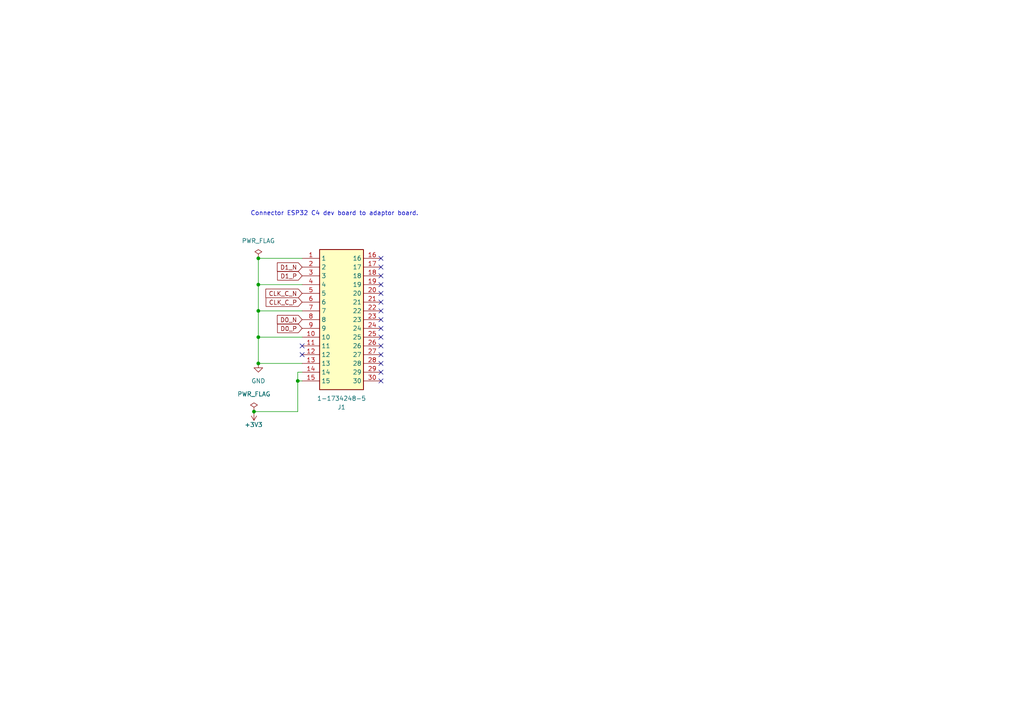
<source format=kicad_sch>
(kicad_sch (version 20231120) (generator "eeschema") (generator_version "8.0")
  (paper "A4")
  (lib_symbols
    (symbol "1-1734248-5:1-1734248-5"
      (property "Reference" "J" (at 19.05 7.62 0))
      (property "Value" "1-1734248-5" (at 19.05 5.08 0))
      (symbol "1-1734248-5_1_1"
        (rectangle (start 5.08 2.54) (end 17.78 -38.1) (stroke (width 0.254)) (fill (type background)))
        (pin passive line (at 22.86 -35.56 180) (length 5.08) (name "1") (number "1"))
        (pin passive line (at 22.86 -12.7 180) (length 5.08) (name "10") (number "10"))
        (pin passive line (at 22.86 -10.16 180) (length 5.08) (name "11") (number "11"))
        (pin passive line (at 22.86 -7.62 180) (length 5.08) (name "12") (number "12"))
        (pin passive line (at 22.86 -5.08 180) (length 5.08) (name "13") (number "13"))
        (pin passive line (at 22.86 -2.54 180) (length 5.08) (name "14") (number "14"))
        (pin passive line (at 22.86 0 180) (length 5.08) (name "15") (number "15"))
        (pin passive line (at 0 -35.56 0) (length 5.08) (name "16") (number "16"))
        (pin passive line (at 0 -33.02 0) (length 5.08) (name "17") (number "17"))
        (pin passive line (at 0 -30.48 0) (length 5.08) (name "18") (number "18"))
        (pin passive line (at 0 -27.94 0) (length 5.08) (name "19") (number "19"))
        (pin passive line (at 22.86 -33.02 180) (length 5.08) (name "2") (number "2"))
        (pin passive line (at 0 -25.4 0) (length 5.08) (name "20") (number "20"))
        (pin passive line (at 0 -22.86 0) (length 5.08) (name "21") (number "21"))
        (pin passive line (at 0 -20.32 0) (length 5.08) (name "22") (number "22"))
        (pin passive line (at 0 -17.78 0) (length 5.08) (name "23") (number "23"))
        (pin passive line (at 0 -15.24 0) (length 5.08) (name "24") (number "24"))
        (pin passive line (at 0 -12.7 0) (length 5.08) (name "25") (number "25"))
        (pin passive line (at 0 -10.16 0) (length 5.08) (name "26") (number "26"))
        (pin passive line (at 0 -7.62 0) (length 5.08) (name "27") (number "27"))
        (pin passive line (at 0 -5.08 0) (length 5.08) (name "28") (number "28"))
        (pin passive line (at 0 -2.54 0) (length 5.08) (name "29") (number "29"))
        (pin passive line (at 22.86 -30.48 180) (length 5.08) (name "3") (number "3"))
        (pin passive line (at 0 0 0) (length 5.08) (name "30") (number "30"))
        (pin passive line (at 22.86 -27.94 180) (length 5.08) (name "4") (number "4"))
        (pin passive line (at 22.86 -25.4 180) (length 5.08) (name "5") (number "5"))
        (pin passive line (at 22.86 -22.86 180) (length 5.08) (name "6") (number "6"))
        (pin passive line (at 22.86 -20.32 180) (length 5.08) (name "7") (number "7"))
        (pin passive line (at 22.86 -17.78 180) (length 5.08) (name "8") (number "8"))
        (pin passive line (at 22.86 -15.24 180) (length 5.08) (name "9") (number "9"))
      )
    )
    (symbol "power:+3V3" (power) (pin_numbers hide) (pin_names (offset 0) hide)
      (property "Value" "+3V3" (at 0 3.556 0))
      (symbol "+3V3_0_1"
        (polyline (pts (xy -0.762 1.27) (xy 0 2.54)))
        (polyline (pts (xy 0 0) (xy 0 2.54)))
        (polyline (pts (xy 0 2.54) (xy 0.762 1.27)))
      )
      (symbol "+3V3_1_1"
        (pin power_in line (at 0 0 90) (length 0) (name "~") (number "1"))
      )
    )
    (symbol "power:GND" (power) (pin_numbers hide) (pin_names (offset 0) hide)
      (property "Value" "GND" (at 0 -3.81 0))
      (symbol "GND_0_1"
        (polyline (pts (xy 0 0) (xy 0 -1.27) (xy 1.27 -1.27) (xy 0 -2.54) (xy -1.27 -1.27) (xy 0 -1.27)))
      )
      (symbol "GND_1_1"
        (pin power_in line (at 0 0 270) (length 0) (name "~") (number "1"))
      )
    )
    (symbol "power:PWR_FLAG" (power) (pin_numbers hide) (pin_names (offset 0) hide)
      (property "Value" "PWR_FLAG" (at 0 3.81 0))
      (symbol "PWR_FLAG_0_0"
        (pin power_out line (at 0 0 90) (length 0) (name "~") (number "1"))
      )
      (symbol "PWR_FLAG_0_1"
        (polyline (pts (xy 0 0) (xy 0 1.27) (xy -1.016 1.905) (xy 0 2.54) (xy 1.016 1.905) (xy 0 1.27)))
      )
    )
  )
  (junction (at 86.36 110.49))
  (junction (at 74.93 90.17))
  (junction (at 73.66 119.38))
  (junction (at 74.93 97.79))
  (junction (at 74.93 105.41))
  (junction (at 74.93 82.55))
  (junction (at 74.93 74.93))
  (no_connect (at 110.49 110.49))
  (no_connect (at 110.49 92.71))
  (no_connect (at 110.49 95.25))
  (no_connect (at 110.49 82.55))
  (no_connect (at 110.49 102.87))
  (no_connect (at 110.49 107.95))
  (no_connect (at 87.63 102.87))
  (no_connect (at 110.49 105.41))
  (no_connect (at 87.63 100.33))
  (no_connect (at 110.49 85.09))
  (no_connect (at 110.49 74.93))
  (no_connect (at 110.49 90.17))
  (no_connect (at 110.49 87.63))
  (no_connect (at 110.49 80.01))
  (no_connect (at 110.49 77.47))
  (no_connect (at 110.49 100.33))
  (no_connect (at 110.49 97.79))
  (wire (pts (xy 87.63 97.79) (xy 74.93 97.79)))
  (wire (pts (xy 74.93 97.79) (xy 74.93 90.17)))
  (wire (pts (xy 87.63 105.41) (xy 74.93 105.41)))
  (wire (pts (xy 74.93 90.17) (xy 74.93 82.55)))
  (wire (pts (xy 87.63 74.93) (xy 74.93 74.93)))
  (wire (pts (xy 87.63 90.17) (xy 74.93 90.17)))
  (wire (pts (xy 87.63 82.55) (xy 74.93 82.55)))
  (wire (pts (xy 86.36 110.49) (xy 87.63 110.49)))
  (wire (pts (xy 74.93 82.55) (xy 74.93 74.93)))
  (wire (pts (xy 86.36 107.95) (xy 87.63 107.95)))
  (wire (pts (xy 73.66 119.38) (xy 86.36 119.38)))
  (wire (pts (xy 74.93 105.41) (xy 74.93 97.79)))
  (wire (pts (xy 86.36 110.49) (xy 86.36 107.95)))
  (wire (pts (xy 86.36 119.38) (xy 86.36 110.49)))
  (text "Connector ESP32 C4 dev board to adaptor board." (at 97.028 61.976 0) (effects (font (size 1.27 1.27))))
  (global_label "D1_P" (shape input) (at 87.63 80.01 180) (property "Intersheetrefs" "${INTERSHEET_REFS}" (effects (hide yes))))
  (global_label "CLK_C_P" (shape input) (at 87.63 87.63 180) (property "Intersheetrefs" "${INTERSHEET_REFS}" (effects (hide yes))))
  (global_label "D1_N" (shape input) (at 87.63 77.47 180) (property "Intersheetrefs" "${INTERSHEET_REFS}" (effects (hide yes))))
  (global_label "D0_P" (shape input) (at 87.63 95.25 180) (property "Intersheetrefs" "${INTERSHEET_REFS}" (effects (hide yes))))
  (global_label "D0_N" (shape input) (at 87.63 92.71 180) (property "Intersheetrefs" "${INTERSHEET_REFS}" (effects (hide yes))))
  (global_label "CLK_C_N" (shape input) (at 87.63 85.09 180) (property "Intersheetrefs" "${INTERSHEET_REFS}" (effects (hide yes))))
  (symbol (lib_id "power:PWR_FLAG") (at 74.93 74.93 0) (unit 1)
    (property "Reference" "#FLG02" (effects (hide yes)))
    (property "Value" "PWR_FLAG" (at 74.93 69.85 0))
    (property "Description" "Special symbol for telling ERC where power comes from" (effects (hide yes)))
  )
  (symbol (lib_id "power:GND") (at 74.93 105.41 0) (unit 1)
    (property "Reference" "#PWR01" (effects (hide yes)))
    (property "Value" "GND" (at 74.93 110.49 0))
    (property "Description" "Power symbol creates a global label with name \"GND\" , ground" (effects (hide yes)))
  )
  (symbol (lib_id "power:PWR_FLAG") (at 73.66 119.38 0) (unit 1)
    (property "Reference" "#FLG04" (effects (hide yes)))
    (property "Value" "PWR_FLAG" (at 73.66 114.3 0))
    (property "Description" "Special symbol for telling ERC where power comes from" (effects (hide yes)))
  )
  (symbol (lib_id "power:+3V3") (at 73.66 119.38 180) (unit 1)
    (property "Reference" "#PWR02" (effects (hide yes)))
    (property "Value" "+3V3" (at 76.2 123.19 0) (effects (justify left)))
    (property "Description" "Power symbol creates a global label with name \"+3V3\"" (effects (hide yes)))
  )
  (symbol (lib_id "1-1734248-5:1-1734248-5") (at 110.49 110.49 180) (unit 1)
    (property "Reference" "J1" (at 99.06 118.11 0))
    (property "Value" "1-1734248-5" (at 99.06 115.57 0))
    (property "Footprint" "117342485" (effects (hide yes)))
    (property "Datasheet" "https://www.te.com/commerce/DocumentDelivery/DDEController?Action=showdoc&DocId=Customer+Drawing%7F1734248%7FE1%7Fpdf%7FEnglish%7FENG_CD_1734248_E1__.pdf%7F1-1734248-5" (effects (hide yes)))
    (property "Description" "TE CONNECTIVITY - 1-1734248-5 - CONNECTOR, FFC/FPC, 15POS, 1MM" (effects (hide yes)))
    (property "Height" "7.7" (effects (hide yes)))
    (property "Mouser Part Number" "571-1-1734248-5" (effects (hide yes)))
    (property "Mouser Price/Stock" "https://www.mouser.co.uk/ProductDetail/TE-Connectivity/1-1734248-5?qs=GQ3BsEl46pkrMd7Fg9TUQQ%3D%3D" (effects (hide yes)))
    (property "Manufacturer_Name" "TE Connectivity" (effects (hide yes)))
    (property "Manufacturer_Part_Number" "1-1734248-5" (effects (hide yes)))
  )
)
</source>
